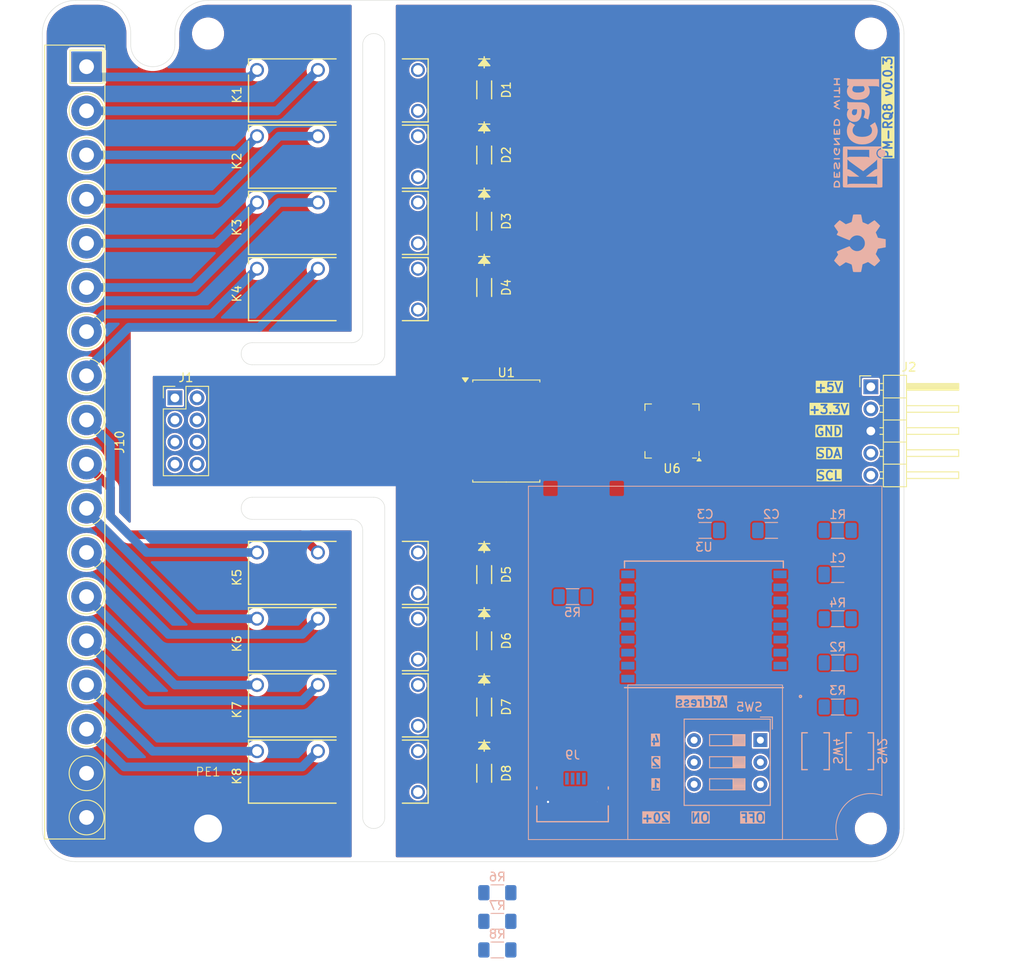
<source format=kicad_pcb>
(kicad_pcb (version 20240108) (generator "pcbnew") (generator_version "8.0")
  (layers (0 "F.Cu" signal) (31 "B.Cu" signal) (34 "B.Paste" user) (35 "F.Paste" user) (36 "B.SilkS" user "B.Silkscreen") (37 "F.SilkS" user "F.Silkscreen") (38 "B.Mask" user) (39 "F.Mask" user) (44 "Edge.Cuts" user))
  (net 0 "")
  (net 1 "GND")
  (net 2 "Net-(J10-Pin_9)")
  (net 3 "Net-(J10-Pin_7)")
  (net 4 "Net-(J10-Pin_16)")
  (net 5 "Net-(J10-Pin_5)")
  (net 6 "/K7")
  (net 7 "/K3")
  (net 8 "/K5")
  (net 9 "VDD")
  (net 10 "/K6")
  (net 11 "/K8")
  (net 12 "/K4")
  (net 13 "Net-(U1-I1)")
  (net 14 "/K1")
  (net 15 "/K2")
  (net 16 "Net-(U1-I5)")
  (net 17 "Net-(U1-I7)")
  (net 18 "Net-(U1-I3)")
  (net 19 "Net-(U1-I8)")
  (net 20 "Net-(U1-I4)")
  (net 21 "Net-(U1-I6)")
  (net 22 "Net-(U1-I2)")
  (net 23 "/SCL")
  (net 24 "/SDA")
  (net 25 "Net-(J10-Pin_4)")
  (net 26 "Net-(J10-Pin_6)")
  (net 27 "Net-(J10-Pin_14)")
  (net 28 "Net-(J10-Pin_10)")
  (net 29 "Net-(J10-Pin_8)")
  (net 30 "Net-(J10-Pin_15)")
  (net 31 "Net-(J10-Pin_13)")
  (net 32 "Net-(J10-Pin_12)")
  (net 33 "Net-(J10-Pin_2)")
  (net 34 "Net-(J10-Pin_3)")
  (net 35 "Net-(J10-Pin_1)")
  (net 36 "Net-(J10-Pin_11)")
  (net 39 "+5V")
  (net 48 "+3.3V")
  (net 50 "Net-(R3-Pad2)")
  (net 51 "/ESP32/USB_DN")
  (net 52 "/ESP32/USB_DP")
  (net 53 "/ESP32/GPIO9")
  (net 54 "/ESP32/GPIO8")
  (net 55 "/ESP32/EN")
  (net 56 "/ESP32/GPIO7")
  (net 57 "/ESP32/GPIO10")
  (net 71 "/MOSI")
  (net 72 "/MISO")
  (net 73 "/CS")
  (net 74 "/SCK")
  (net 75 "/INT")
  (net 76 "/PE")
  (net 77 "/ESP32/A1")
  (net 78 "/ESP32/A2")
  (net 79 "/ESP32/A3")
  (footprint "kicad_inventree_lib:SOD-323_STM-M" (layer "F.Cu") (at 76.2 83.82 -90)
    (property "Reference" "D4" (at 0 -2.54 90) (layer "F.SilkS"))
    (property "Value" "BAT20J")
    (pad "1" smd rect (at -1.143 0 270) (size 1.524 0.5334) (layers "F.Cu" "F.Paste" "F.Mask") (net 12 "/K4"))
    (pad "2" smd rect (at 1.143 0 270) (size 1.524 0.5334) (layers "F.Cu" "F.Paste" "F.Mask") (net 39 "+5V"))
  )
  (footprint "kicad_inventree_lib:G5NB-1A-E_DC12_RELAY_G5NB-1A_DC5_OMR" (layer "F.Cu") (at 50.28 86.36 -90)
    (property "Reference" "K4" (at -1.83 2.51 -90) (layer "F.SilkS"))
    (property "Value" "G5NB-1A-E-DC5")
    (pad "1" thru_hole circle (at -4.7 -18.3 270) (size 1.608 1.608) (drill 1.1) (layers "*.Cu" "*.Mask") (net 12 "/K4"))
    (pad "2" thru_hole circle (at -4.7 -6.8 270) (size 1.608 1.608) (drill 1.1) (layers "*.Cu" "*.Mask") (net 29 "Net-(J10-Pin_8)"))
    (pad "3" thru_hole circle (at -4.7 0.2 270) (size 1.608 1.608) (drill 1.1) (layers "*.Cu" "*.Mask") (net 3 "Net-(J10-Pin_7)"))
    (pad "4" thru_hole circle (at 0 -18.3 270) (size 1.608 1.608) (drill 1.1) (layers "*.Cu" "*.Mask") (net 39 "+5V"))
  )
  (footprint "Package_DFN_QFN:QFN-28-1EP_6x6mm_P0.65mm_EP4.25x4.25mm" (layer "F.Cu") (at 97.79 100.33 180)
    (property "Reference" "U6" (at 0 -4.31 0) (layer "F.SilkS"))
    (property "Value" "MCP23S17_ML")
    (pad "1" smd roundrect (at -2.8375 -1.95 180) (size 1.025 0.3) (layers "F.Cu" "F.Paste" "F.Mask"))
    (pad "2" smd roundrect (at -2.8375 -1.3 180) (size 1.025 0.3) (layers "F.Cu" "F.Paste" "F.Mask"))
    (pad "3" smd roundrect (at -2.8375 -0.65 180) (size 1.025 0.3) (layers "F.Cu" "F.Paste" "F.Mask"))
    (pad "4" smd roundrect (at -2.8375 0 180) (size 1.025 0.3) (layers "F.Cu" "F.Paste" "F.Mask"))
    (pad "5" smd roundrect (at -2.8375 0.65 180) (size 1.025 0.3) (layers "F.Cu" "F.Paste" "F.Mask") (net 48 "+3.3V"))
    (pad "6" smd roundrect (at -2.8375 1.3 180) (size 1.025 0.3) (layers "F.Cu" "F.Paste" "F.Mask") (net 1 "GND"))
    (pad "7" smd roundrect (at -2.8375 1.95 180) (size 1.025 0.3) (layers "F.Cu" "F.Paste" "F.Mask") (net 73 "/CS"))
    (pad "8" smd roundrect (at -1.95 2.8375 180) (size 0.3 1.025) (layers "F.Cu" "F.Paste" "F.Mask") (net 74 "/SCK"))
    (pad "9" smd roundrect (at -1.3 2.8375 180) (size 0.3 1.025) (layers "F.Cu" "F.Paste" "F.Mask") (net 71 "/MOSI"))
    (pad "10" smd roundrect (at -0.65 2.8375 180) (size 0.3 1.025) (layers "F.Cu" "F.Paste" "F.Mask") (net 72 "/MISO"))
    (pad "11" smd roundrect (at 0 2.8375 180) (size 0.3 1.025) (layers "F.Cu" "F.Paste" "F.Mask"))
    (pad "12" smd roundrect (at 0.65 2.8375 180) (size 0.3 1.025) (layers "F.Cu" "F.Paste" "F.Mask"))
    (pad "13" smd roundrect (at 1.3 2.8375 180) (size 0.3 1.025) (layers "F.Cu" "F.Paste" "F.Mask"))
    (pad "14" smd roundrect (at 1.95 2.8375 180) (size 0.3 1.025) (layers "F.Cu" "F.Paste" "F.Mask"))
    (pad "15" smd roundrect (at 2.8375 1.95 180) (size 1.025 0.3) (layers "F.Cu" "F.Paste" "F.Mask") (net 75 "/INT"))
    (pad "16" smd roundrect (at 2.8375 1.3 180) (size 1.025 0.3) (layers "F.Cu" "F.Paste" "F.Mask"))
    (pad "17" smd roundrect (at 2.8375 0.65 180) (size 1.025 0.3) (layers "F.Cu" "F.Paste" "F.Mask") (net 13 "Net-(U1-I1)"))
    (pad "18" smd roundrect (at 2.8375 0 180) (size 1.025 0.3) (layers "F.Cu" "F.Paste" "F.Mask") (net 22 "Net-(U1-I2)"))
    (pad "19" smd roundrect (at 2.8375 -0.65 180) (size 1.025 0.3) (layers "F.Cu" "F.Paste" "F.Mask") (net 18 "Net-(U1-I3)"))
    (pad "20" smd roundrect (at 2.8375 -1.3 180) (size 1.025 0.3) (layers "F.Cu" "F.Paste" "F.Mask") (net 20 "Net-(U1-I4)"))
    (pad "21" smd roundrect (at 2.8375 -1.95 180) (size 1.025 0.3) (layers "F.Cu" "F.Paste" "F.Mask") (net 16 "Net-(U1-I5)"))
    (pad "22" smd roundrect (at 1.95 -2.8375 180) (size 0.3 1.025) (layers "F.Cu" "F.Paste" "F.Mask") (net 21 "Net-(U1-I6)"))
    (pad "23" smd roundrect (at 1.3 -2.8375 180) (size 0.3 1.025) (layers "F.Cu" "F.Paste" "F.Mask") (net 17 "Net-(U1-I7)"))
    (pad "24" smd roundrect (at 0.65 -2.8375 180) (size 0.3 1.025) (layers "F.Cu" "F.Paste" "F.Mask") (net 19 "Net-(U1-I8)"))
    (pad "25" smd roundrect (at 0 -2.8375 180) (size 0.3 1.025) (layers "F.Cu" "F.Paste" "F.Mask"))
    (pad "26" smd roundrect (at -0.65 -2.8375 180) (size 0.3 1.025) (layers "F.Cu" "F.Paste" "F.Mask"))
    (pad "27" smd roundrect (at -1.3 -2.8375 180) (size 0.3 1.025) (layers "F.Cu" "F.Paste" "F.Mask"))
    (pad "28" smd roundrect (at -1.95 -2.8375 180) (size 0.3 1.025) (layers "F.Cu" "F.Paste" "F.Mask"))
    (pad "29" smd rect (at 0 0 180) (size 4.25 4.25) (property pad_prop_heatsink) (layers "F.Cu" "F.Mask") (net 1 "GND"))
  )
  (footprint "NextPCB:ULN2803A" (layer "F.Cu") (at 78.74 100.33)
    (property "Reference" "U1" (at 0 -6.71 0) (layer "F.SilkS"))
    (property "Value" "ULN2803A")
    (pad "1" smd roundrect (at -4.725 -5.08) (size 1.9 0.6) (layers "F.Cu" "F.Paste" "F.Mask") (net 13 "Net-(U1-I1)"))
    (pad "2" smd roundrect (at -4.725 -3.81) (size 1.9 0.6) (layers "F.Cu" "F.Paste" "F.Mask") (net 22 "Net-(U1-I2)"))
    (pad "3" smd roundrect (at -4.725 -2.54) (size 1.9 0.6) (layers "F.Cu" "F.Paste" "F.Mask") (net 18 "Net-(U1-I3)"))
    (pad "4" smd roundrect (at -4.725 -1.27) (size 1.9 0.6) (layers "F.Cu" "F.Paste" "F.Mask") (net 20 "Net-(U1-I4)"))
    (pad "5" smd roundrect (at -4.725 0) (size 1.9 0.6) (layers "F.Cu" "F.Paste" "F.Mask") (net 16 "Net-(U1-I5)"))
    (pad "6" smd roundrect (at -4.725 1.27) (size 1.9 0.6) (layers "F.Cu" "F.Paste" "F.Mask") (net 21 "Net-(U1-I6)"))
    (pad "7" smd roundrect (at -4.725 2.54) (size 1.9 0.6) (layers "F.Cu" "F.Paste" "F.Mask") (net 17 "Net-(U1-I7)"))
    (pad "8" smd roundrect (at -4.725 3.81) (size 1.9 0.6) (layers "F.Cu" "F.Paste" "F.Mask") (net 19 "Net-(U1-I8)"))
    (pad "9" smd roundrect (at -4.725 5.08) (size 1.9 0.6) (layers "F.Cu" "F.Paste" "F.Mask") (net 1 "GND"))
    (pad "10" smd roundrect (at 4.725 5.08) (size 1.9 0.6) (layers "F.Cu" "F.Paste" "F.Mask") (net 39 "+5V"))
    (pad "11" smd roundrect (at 4.725 3.81) (size 1.9 0.6) (layers "F.Cu" "F.Paste" "F.Mask") (net 11 "/K8"))
    (pad "12" smd roundrect (at 4.725 2.54) (size 1.9 0.6) (layers "F.Cu" "F.Paste" "F.Mask") (net 6 "/K7"))
    (pad "13" smd roundrect (at 4.725 1.27) (size 1.9 0.6) (layers "F.Cu" "F.Paste" "F.Mask") (net 10 "/K6"))
    (pad "14" smd roundrect (at 4.725 0) (size 1.9 0.6) (layers "F.Cu" "F.Paste" "F.Mask") (net 8 "/K5"))
    (pad "15" smd roundrect (at 4.725 -1.27) (size 1.9 0.6) (layers "F.Cu" "F.Paste" "F.Mask") (net 12 "/K4"))
    (pad "16" smd roundrect (at 4.725 -2.54) (size 1.9 0.6) (layers "F.Cu" "F.Paste" "F.Mask") (net 7 "/K3"))
    (pad "17" smd roundrect (at 4.725 -3.81) (size 1.9 0.6) (layers "F.Cu" "F.Paste" "F.Mask") (net 15 "/K2"))
    (pad "18" smd roundrect (at 4.725 -5.08) (size 1.9 0.6) (layers "F.Cu" "F.Paste" "F.Mask") (net 14 "/K1"))
  )
  (footprint "kicad_inventree_lib:G5NB-1A-E_DC12_RELAY_G5NB-1A_DC5_OMR" (layer "F.Cu") (at 50.28 119 -90)
    (property "Reference" "K5" (at -1.83 2.51 -90) (layer "F.SilkS"))
    (property "Value" "G5NB-1A-E-DC5")
    (pad "1" thru_hole circle (at -4.7 -18.3 270) (size 1.608 1.608) (drill 1.1) (layers "*.Cu" "*.Mask") (net 8 "/K5"))
    (pad "2" thru_hole circle (at -4.7 -6.8 270) (size 1.608 1.608) (drill 1.1) (layers "*.Cu" "*.Mask") (net 28 "Net-(J10-Pin_10)"))
    (pad "3" thru_hole circle (at -4.7 0.2 270) (size 1.608 1.608) (drill 1.1) (layers "*.Cu" "*.Mask") (net 2 "Net-(J10-Pin_9)"))
    (pad "4" thru_hole circle (at 0 -18.3 270) (size 1.608 1.608) (drill 1.1) (layers "*.Cu" "*.Mask") (net 39 "+5V"))
  )
  (footprint "NextPCB:Degson_2EDGR-5.08-18P" (layer "F.Cu") (at 30.48 58.42 -90)
    (property "Reference" "J10" (at 43.18 -3.81 90) (layer "F.SilkS"))
    (property "Value" "2EDGR-5.08-18P")
    (pad "1" thru_hole rect (at 0 0 270) (size 3.5 3.5) (drill 1.7) (layers "*.Cu" "*.Mask") (net 35 "Net-(J10-Pin_1)"))
    (pad "2" thru_hole circle (at 5.08 0 270) (size 3.5 3.5) (drill 1.7) (layers "*.Cu" "*.Mask") (net 33 "Net-(J10-Pin_2)"))
    (pad "3" thru_hole circle (at 10.16 0 270) (size 3.5 3.5) (drill 1.7) (layers "*.Cu" "*.Mask") (net 34 "Net-(J10-Pin_3)"))
    (pad "4" thru_hole circle (at 15.24 0 270) (size 3.5 3.5) (drill 1.7) (layers "*.Cu" "*.Mask") (net 25 "Net-(J10-Pin_4)"))
    (pad "5" thru_hole circle (at 20.32 0 270) (size 3.5 3.5) (drill 1.7) (layers "*.Cu" "*.Mask") (net 5 "Net-(J10-Pin_5)"))
    (pad "6" thru_hole circle (at 25.4 0 270) (size 3.5 3.5) (drill 1.7) (layers "*.Cu" "*.Mask") (net 26 "Net-(J10-Pin_6)"))
    (pad "7" thru_hole circle (at 30.48 0 270) (size 3.5 3.5) (drill 1.7) (layers "*.Cu" "*.Mask") (net 3 "Net-(J10-Pin_7)"))
    (pad "8" thru_hole circle (at 35.56 0 270) (size 3.5 3.5) (drill 1.7) (layers "*.Cu" "*.Mask") (net 29 "Net-(J10-Pin_8)"))
    (pad "9" thru_hole circle (at 40.64 0 270) (size 3.5 3.5) (drill 1.7) (layers "*.Cu" "*.Mask") (net 2 "Net-(J10-Pin_9)"))
    (pad "10" thru_hole circle (at 45.72 0 270) (size 3.5 3.5) (drill 1.7) (layers "*.Cu" "*.Mask") (net 28 "Net-(J10-Pin_10)"))
    (pad "11" thru_hole circle (at 50.8 0 270) (size 3.5 3.5) (drill 1.7) (layers "*.Cu" "*.Mask") (net 36 "Net-(J10-Pin_11)"))
    (pad "12" thru_hole circle (at 55.88 0 270) (size 3.5 3.5) (drill 1.7) (layers "*.Cu" "*.Mask") (net 32 "Net-(J10-Pin_12)"))
    (pad "13" thru_hole circle (at 60.96 0 270) (size 3.5 3.5) (drill 1.7) (layers "*.Cu" "*.Mask") (net 31 "Net-(J10-Pin_13)"))
    (pad "14" thru_hole circle (at 66.04 0 270) (size 3.5 3.5) (drill 1.7) (layers "*.Cu" "*.Mask") (net 27 "Net-(J10-Pin_14)"))
    (pad "15" thru_hole circle (at 71.12 0 270) (size 3.5 3.5) (drill 1.7) (layers "*.Cu" "*.Mask") (net 30 "Net-(J10-Pin_15)"))
    (pad "16" thru_hole circle (at 76.2 0 270) (size 3.5 3.5) (drill 1.7) (layers "*.Cu" "*.Mask") (net 4 "Net-(J10-Pin_16)"))
    (pad "17" thru_hole circle (at 81.28 0 270) (size 3.5 3.5) (drill 1.7) (layers "*.Cu" "*.Mask") (net 76 "/PE"))
    (pad "18" thru_hole circle (at 86.36 0 270) (size 3.5 3.5) (drill 1.7) (layers "*.Cu" "*.Mask") (net 76 "/PE"))
  )
  (footprint "MountingHole:MountingHole_3.2mm_M3" (layer "F.Cu") (at 120.65 146.05)
    (property "Reference" "H3" (hide yes))
    (property "Value" "MountingHole" (hide yes))
    (pad "" np_thru_hole circle (at 0 0) (size 3.2 3.2) (drill 3.2) (layers "*.Cu" "*.Mask"))
  )
  (footprint "kicad_inventree_lib:G5NB-1A-E_DC12_RELAY_G5NB-1A_DC5_OMR" (layer "F.Cu") (at 50.28 126.62 -90)
    (property "Reference" "K6" (at -1.83 2.51 -90) (layer "F.SilkS"))
    (property "Value" "G5NB-1A-E-DC5")
    (pad "1" thru_hole circle (at -4.7 -18.3 270) (size 1.608 1.608) (drill 1.1) (layers "*.Cu" "*.Mask") (net 10 "/K6"))
    (pad "2" thru_hole circle (at -4.7 -6.8 270) (size 1.608 1.608) (drill 1.1) (layers "*.Cu" "*.Mask") (net 32 "Net-(J10-Pin_12)"))
    (pad "3" thru_hole circle (at -4.7 0.2 270) (size 1.608 1.608) (drill 1.1) (layers "*.Cu" "*.Mask") (net 36 "Net-(J10-Pin_11)"))
    (pad "4" thru_hole circle (at 0 -18.3 270) (size 1.608 1.608) (drill 1.1) (layers "*.Cu" "*.Mask") (net 39 "+5V"))
  )
  (footprint "kicad_inventree_lib:G5NB-1A-E_DC12_RELAY_G5NB-1A_DC5_OMR" (layer "F.Cu") (at 50.28 141.86 -90)
    (property "Reference" "K8" (at -1.83 2.51 -90) (layer "F.SilkS"))
    (property "Value" "G5NB-1A-E-DC5")
    (pad "1" thru_hole circle (at -4.7 -18.3 270) (size 1.608 1.608) (drill 1.1) (layers "*.Cu" "*.Mask") (net 11 "/K8"))
    (pad "2" thru_hole circle (at -4.7 -6.8 270) (size 1.608 1.608) (drill 1.1) (layers "*.Cu" "*.Mask") (net 4 "Net-(J10-Pin_16)"))
    (pad "3" thru_hole circle (at -4.7 0.2 270) (size 1.608 1.608) (drill 1.1) (layers "*.Cu" "*.Mask") (net 30 "Net-(J10-Pin_15)"))
    (pad "4" thru_hole circle (at 0 -18.3 270) (size 1.608 1.608) (drill 1.1) (layers "*.Cu" "*.Mask") (net 39 "+5V"))
  )
  (footprint "kicad_inventree_lib:G5NB-1A-E_DC12_RELAY_G5NB-1A_DC5_OMR" (layer "F.Cu") (at 50.28 63.5 -90)
    (property "Reference" "K1" (at -1.83 2.51 -90) (layer "F.SilkS"))
    (property "Value" "G5NB-1A-E-DC5")
    (pad "1" thru_hole circle (at -4.7 -18.3 270) (size 1.608 1.608) (drill 1.1) (layers "*.Cu" "*.Mask") (net 14 "/K1"))
    (pad "2" thru_hole circle (at -4.7 -6.8 270) (size 1.608 1.608) (drill 1.1) (layers "*.Cu" "*.Mask") (net 33 "Net-(J10-Pin_2)"))
    (pad "3" thru_hole circle (at -4.7 0.2 270) (size 1.608 1.608) (drill 1.1) (layers "*.Cu" "*.Mask") (net 35 "Net-(J10-Pin_1)"))
    (pad "4" thru_hole circle (at 0 -18.3 270) (size 1.608 1.608) (drill 1.1) (layers "*.Cu" "*.Mask") (net 39 "+5V"))
  )
  (footprint "kicad_inventree_lib:SOD-323_STM-M" (layer "F.Cu") (at 76.2 139.7 -90)
    (property "Reference" "D8" (at 0 -2.54 90) (layer "F.SilkS"))
    (property "Value" "BAT20J")
    (pad "1" smd rect (at -1.143 0 270) (size 1.524 0.5334) (layers "F.Cu" "F.Paste" "F.Mask") (net 11 "/K8"))
    (pad "2" smd rect (at 1.143 0 270) (size 1.524 0.5334) (layers "F.Cu" "F.Paste" "F.Mask") (net 39 "+5V"))
  )
  (footprint "kicad_inventree_lib:SOD-323_STM-M" (layer "F.Cu") (at 76.2 61.087 -90)
    (property "Reference" "D1" (at 0 -2.54 90) (layer "F.SilkS"))
    (property "Value" "BAT20J")
    (pad "1" smd rect (at -1.143 0 270) (size 1.524 0.5334) (layers "F.Cu" "F.Paste" "F.Mask") (net 14 "/K1"))
    (pad "2" smd rect (at 1.143 0 270) (size 1.524 0.5334) (layers "F.Cu" "F.Paste" "F.Mask") (net 39 "+5V"))
  )
  (footprint "MountingHole:MountingHole_3.2mm_M3" (layer "F.Cu") (at 44.45 54.61)
    (property "Reference" "H1" (hide yes))
    (property "Value" "MountingHole" (hide yes))
    (pad "" np_thru_hole circle (at 0 0) (size 3.2 3.2) (drill 3.2) (layers "*.Cu" "*.Mask"))
  )
  (footprint "kicad_inventree_lib:G5NB-1A-E_DC12_RELAY_G5NB-1A_DC5_OMR" (layer "F.Cu") (at 50.28 134.24 -90)
    (property "Reference" "K7" (at -1.83 2.51 -90) (layer "F.SilkS"))
    (property "Value" "G5NB-1A-E-DC5")
    (pad "1" thru_hole circle (at -4.7 -18.3 270) (size 1.608 1.608) (drill 1.1) (layers "*.Cu" "*.Mask") (net 6 "/K7"))
    (pad "2" thru_hole circle (at -4.7 -6.8 270) (size 1.608 1.608) (drill 1.1) (layers "*.Cu" "*.Mask") (net 27 "Net-(J10-Pin_14)"))
    (pad "3" thru_hole circle (at -4.7 0.2 270) (size 1.608 1.608) (drill 1.1) (layers "*.Cu" "*.Mask") (net 31 "Net-(J10-Pin_13)"))
    (pad "4" thru_hole circle (at 0 -18.3 270) (size 1.608 1.608) (drill 1.1) (layers "*.Cu" "*.Mask") (net 39 "+5V"))
  )
  (footprint "kicad_inventree_lib:SOD-323_STM-M" (layer "F.Cu") (at 76.2 116.84 -90)
    (property "Reference" "D5" (at 0 -2.54 90) (layer "F.SilkS"))
    (property "Value" "BAT20J")
    (pad "1" smd rect (at -1.143 0 270) (size 1.524 0.5334) (layers "F.Cu" "F.Paste" "F.Mask") (net 8 "/K5"))
    (pad "2" smd rect (at 1.143 0 270) (size 1.524 0.5334) (layers "F.Cu" "F.Paste" "F.Mask") (net 39 "+5V"))
  )
  (footprint "kicad_inventree_lib:SOD-323_STM-M" (layer "F.Cu") (at 76.2 76.2 -90)
    (property "Reference" "D3" (at 0 -2.54 90) (layer "F.SilkS"))
    (property "Value" "BAT20J")
    (pad "1" smd rect (at -1.143 0 270) (size 1.524 0.5334) (layers "F.Cu" "F.Paste" "F.Mask") (net 7 "/K3"))
    (pad "2" smd rect (at 1.143 0 270) (size 1.524 0.5334) (layers "F.Cu" "F.Paste" "F.Mask") (net 39 "+5V"))
  )
  (footprint "kicad_inventree_lib:PE" (layer "F.Cu") (at 44.45 146.05)
    (property "Reference" "PE1" (at 0 -6.5 0) (layer "F.SilkS") (effects (font (thickness 0.1))))
    (property "Value" "PE")
    (pad "1" thru_hole oval (at 0 0) (size 6.35 6.35) (drill 3.2) (layers "*.Cu" "*.Mask") (net 76 "/PE"))
  )
  (footprint "kicad_inventree_lib:PM-front-02x04" (layer "F.Cu") (at 39.37 100.33)
    (property "Reference" "J1" (at 2.54 -6.14 0) (layer "F.SilkS"))
    (property "Value" "~")
    (pad "1" thru_hole rect (at 1.27 -3.81) (size 1.7 1.7) (drill 1) (layers "*.Cu" "*.Mask") (net 9 "VDD"))
    (pad "2" thru_hole oval (at 3.81 -3.81) (size 1.7 1.7) (drill 1) (layers "*.Cu" "*.Mask"))
    (pad "3" thru_hole oval (at 1.27 -1.27) (size 1.7 1.7) (drill 1) (layers "*.Cu" "*.Mask"))
    (pad "4" thru_hole oval (at 3.81 -1.27) (size 1.7 1.7) (drill 1) (layers "*.Cu" "*.Mask"))
    (pad "5" thru_hole oval (at 1.27 1.27) (size 1.7 1.7) (drill 1) (layers "*.Cu" "*.Mask"))
    (pad "6" thru_hole oval (at 3.81 1.27) (size 1.7 1.7) (drill 1) (layers "*.Cu" "*.Mask"))
    (pad "7" thru_hole oval (at 1.27 3.81) (size 1.7 1.7) (drill 1) (layers "*.Cu" "*.Mask"))
    (pad "8" thru_hole oval (at 3.81 3.81) (size 1.7 1.7) (drill 1) (layers "*.Cu" "*.Mask"))
  )
  (footprint "kicad_inventree_lib:G5NB-1A-E_DC12_RELAY_G5NB-1A_DC5_OMR" (layer "F.Cu") (at 50.28 78.74 -90)
    (property "Reference" "K3" (at -1.83 2.51 -90) (layer "F.SilkS"))
    (property "Value" "G5NB-1A-E-DC5")
    (pad "1" thru_hole circle (at -4.7 -18.3 270) (size 1.608 1.608) (drill 1.1) (layers "*.Cu" "*.Mask") (net 7 "/K3"))
    (pad "2" thru_hole circle (at -4.7 -6.8 270) (size 1.608 1.608) (drill 1.1) (layers "*.Cu" "*.Mask") (net 26 "Net-(J10-Pin_6)"))
    (pad "3" thru_hole circle (at -4.7 0.2 270) (size 1.608 1.608) (drill 1.1) (layers "*.Cu" "*.Mask") (net 5 "Net-(J10-Pin_5)"))
    (pad "4" thru_hole circle (at 0 -18.3 270) (size 1.608 1.608) (drill 1.1) (layers "*.Cu" "*.Mask") (net 39 "+5V"))
  )
  (footprint "kicad_inventree_lib:G5NB-1A-E_DC12_RELAY_G5NB-1A_DC5_OMR" (layer "F.Cu") (at 50.28 71.12 -90)
    (property "Reference" "K2" (at -1.83 2.51 -90) (layer "F.SilkS"))
    (property "Value" "G5NB-1A-E-DC5")
    (pad "1" thru_hole circle (at -4.7 -18.3 270) (size 1.608 1.608) (drill 1.1) (layers "*.Cu" "*.Mask") (net 15 "/K2"))
    (pad "2" thru_hole circle (at -4.7 -6.8 270) (size 1.608 1.608) (drill 1.1) (layers "*.Cu" "*.Mask") (net 25 "Net-(J10-Pin_4)"))
    (pad "3" thru_hole circle (at -4.7 0.2 270) (size 1.608 1.608) (drill 1.1) (layers "*.Cu" "*.Mask") (net 34 "Net-(J10-Pin_3)"))
    (pad "4" thru_hole circle (at 0 -18.3 270) (size 1.608 1.608) (drill 1.1) (layers "*.Cu" "*.Mask") (net 39 "+5V"))
  )
  (footprint "Connector_PinHeader_2.54mm:PinHeader_1x05_P2.54mm_Horizontal" (layer "F.Cu") (at 120.65 95.25)
    (property "Reference" "J2" (at 4.385 -2.27 0) (layer "F.SilkS"))
    (property "Value" "PinHeader_01x05_P2.54_THT_angle")
    (pad "1" thru_hole rect (at 0 0) (size 1.7 1.7) (drill 1) (layers "*.Cu" "*.Mask") (net 39 "+5V"))
    (pad "2" thru_hole oval (at 0 2.54) (size 1.7 1.7) (drill 1) (layers "*.Cu" "*.Mask") (net 48 "+3.3V"))
    (pad "3" thru_hole oval (at 0 5.08) (size 1.7 1.7) (drill 1) (layers "*.Cu" "*.Mask") (net 1 "GND"))
    (pad "4" thru_hole oval (at 0 7.62) (size 1.7 1.7) (drill 1) (layers "*.Cu" "*.Mask") (net 24 "/SDA"))
    (pad "5" thru_hole oval (at 0 10.16) (size 1.7 1.7) (drill 1) (layers "*.Cu" "*.Mask") (net 23 "/SCL"))
  )
  (footprint "kicad_inventree_lib:SOD-323_STM-M" (layer "F.Cu") (at 76.2 132.08 -90)
    (property "Reference" "D7" (at 0 -2.54 90) (layer "F.SilkS"))
    (property "Value" "BAT20J")
    (pad "1" smd rect (at -1.143 0 270) (size 1.524 0.5334) (layers "F.Cu" "F.Paste" "F.Mask") (net 6 "/K7"))
    (pad "2" smd rect (at 1.143 0 270) (size 1.524 0.5334) (layers "F.Cu" "F.Paste" "F.Mask") (net 39 "+5V"))
  )
  (footprint "kicad_inventree_lib:SOD-323_STM-M" (layer "F.Cu") (at 76.2 124.46 -90)
    (property "Reference" "D6" (at 0 -2.54 90) (layer "F.SilkS"))
    (property "Value" "BAT20J")
    (pad "1" smd rect (at -1.143 0 270) (size 1.524 0.5334) (layers "F.Cu" "F.Paste" "F.Mask") (net 10 "/K6"))
    (pad "2" smd rect (at 1.143 0 270) (size 1.524 0.5334) (layers "F.Cu" "F.Paste" "F.Mask") (net 39 "+5V"))
  )
  (footprint "MountingHole:MountingHole_3.2mm_M3" (layer "F.Cu") (at 120.65 54.61)
    (property "Reference" "H2" (hide yes))
    (property "Value" "MountingHole" (hide yes))
    (pad "" np_thru_hole circle (at 0 0) (size 3.2 3.2) (drill 3.2) (layers "*.Cu" "*.Mask"))
  )
  (footprint "kicad_inventree_lib:SOD-323_STM-M" (layer "F.Cu") (at 76.2 68.58 -90)
    (property "Reference" "D2" (at 0 -2.54 90) (layer "F.SilkS"))
    (property "Value" "BAT20J")
    (pad "1" smd rect (at -1.143 0 270) (size 1.524 0.5334) (layers "F.Cu" "F.Paste" "F.Mask") (net 15 "/K2"))
    (pad "2" smd rect (at 1.143 0 270) (size 1.524 0.5334) (layers "F.Cu" "F.Paste" "F.Mask") (net 39 "+5V"))
  )
  (footprint "Resistor_SMD:R_1206_3216Metric_Pad1.30x1.75mm_HandSolder" (layer "B.Cu") (at 116.84 121.92 180)
    (property "Reference" "R4" (at 0 1.82 0) (layer "B.SilkS") (effects (justify mirror)))
    (property "Value" "10k")
    (pad "1" smd roundrect (at -1.55 0 180) (size 1.3 1.75) (layers "B.Cu" "B.Paste" "B.Mask") (roundrect_rratio 0.192308) (net 48 "+3.3V"))
    (pad "2" smd roundrect (at 1.55 0 180) (size 1.3 1.75) (layers "B.Cu" "B.Paste" "B.Mask") (roundrect_rratio 0.192308) (net 54 "/ESP32/GPIO8"))
  )
  (footprint "Symbol:KiCad-Logo2_5mm_SilkScreen" (layer "B.Cu") (at 119.38 66.04 90)
    (property "Reference" "kicad_logo" (hide yes))
    (property "Value" "KiCad-Logo2_5mm_SilkScreen" (hide yes))
  )
  (footprint "Resistor_SMD:R_1206_3216Metric_Pad1.30x1.75mm_HandSolder" (layer "B.Cu") (at 116.84 132.08)
    (property "Reference" "R3" (at 0 -1.905 0) (layer "B.SilkS") (effects (justify mirror)))
    (property "Value" "330R")
    (pad "1" smd roundrect (at -1.55 0) (size 1.3 1.75) (layers "B.Cu" "B.Paste" "B.Mask") (roundrect_rratio 0.192308) (net 53 "/ESP32/GPIO9"))
    (pad "2" smd roundrect (at 1.55 0) (size 1.3 1.75) (layers "B.Cu" "B.Paste" "B.Mask") (roundrect_rratio 0.192308) (net 50 "Net-(R3-Pad2)"))
  )
  (footprint "kicad_inventree_lib:SW_TS-1088_XNP-M" (layer "B.Cu") (at 114.3 137.16 90)
    (property "Reference" "SW4" (at 0 2.54 -90) (layer "B.SilkS") (effects (justify mirror)))
    (property "Value" "Button")
    (pad "1" smd rect (at -2.286 0 90) (size 1.3462 1.2446) (layers "B.Cu" "B.Paste" "B.Mask") (net 1 "GND"))
    (pad "2" smd rect (at 2.286 0 90) (size 1.3462 1.2446) (layers "B.Cu" "B.Paste" "B.Mask") (net 55 "/ESP32/EN"))
  )
  (footprint "Capacitor_SMD:C_1206_3216Metric_Pad1.33x1.80mm_HandSolder" (layer "B.Cu") (at 101.6 111.76 180)
    (property "Reference" "C3" (at 0 1.85 0) (layer "B.SilkS") (effects (justify mirror)))
    (property "Value" "1uF")
    (pad "1" smd roundrect (at -1.5625 0 180) (size 1.325 1.8) (layers "B.Cu" "B.Paste" "B.Mask") (roundrect_rratio 0.188679) (net 48 "+3.3V"))
    (pad "2" smd roundrect (at 1.5625 0 180) (size 1.325 1.8) (layers "B.Cu" "B.Paste" "B.Mask") (roundrect_rratio 0.188679) (net 1 "GND"))
  )
  (footprint "Capacitor_SMD:C_1206_3216Metric_Pad1.33x1.80mm_HandSolder" (layer "B.Cu") (at 109.22 111.76 180)
    (property "Reference" "C2" (at 0 1.85 0) (layer "B.SilkS") (effects (justify mirror)))
    (property "Value" "10uF")
    (pad "1" smd roundrect (at -1.5625 0 180) (size 1.325 1.8) (layers "B.Cu" "B.Paste" "B.Mask") (roundrect_rratio 0.188679) (net 1 "GND"))
    (pad "2" smd roundrect (at 1.5625 0 180) (size 1.325 1.8) (layers "B.Cu" "B.Paste" "B.Mask") (roundrect_rratio 0.188679) (net 48 "+3.3V"))
  )
  (footprint "Resistor_SMD:R_1206_3216Metric_Pad1.30x1.75mm_HandSolder" (layer "B.Cu") (at 77.707478 153.44 180)
    (property "Reference" "R6" (at 0 1.82 0) (layer "B.SilkS") (effects (justify mirror)))
    (property "Value" "10k")
    (pad "1" smd roundrect (at -1.55 0 180) (size 1.3 1.75) (layers "B.Cu" "B.Paste" "B.Mask") (roundrect_rratio 0.192308) (net 1 "GND"))
    (pad "2" smd roundrect (at 1.55 0 180) (size 1.3 1.75) (layers "B.Cu" "B.Paste" "B.Mask") (roundrect_rratio 0.192308) (net 77 "/ESP32/A1"))
  )
  (footprint "Resistor_SMD:R_1206_3216Metric_Pad1.30x1.75mm_HandSolder" (layer "B.Cu") (at 116.84 127 180)
    (property "Reference" "R2" (at 0 1.82 0) (layer "B.SilkS") (effects (justify mirror)))
    (property "Value" "10k")
    (pad "1" smd roundrect (at -1.55 0 180) (size 1.3 1.75) (layers "B.Cu" "B.Paste" "B.Mask") (roundrect_rratio 0.192308) (net 48 "+3.3V"))
    (pad "2" smd roundrect (at 1.55 0 180) (size 1.3 1.75) (layers "B.Cu" "B.Paste" "B.Mask") (roundrect_rratio 0.192308) (net 53 "/ESP32/GPIO9"))
  )
  (footprint "Capacitor_SMD:C_1206_3216Metric_Pad1.33x1.80mm_HandSolder" (layer "B.Cu") (at 116.84 116.84)
    (property "Reference" "C1" (at 0 -1.905 0) (layer "B.SilkS") (effects (justify mirror)))
    (property "Value" "1uF")
    (pad "1" smd roundrect (at -1.5625 0) (size 1.325 1.8) (layers "B.Cu" "B.Paste" "B.Mask") (roundrect_rratio 0.188679) (net 55 "/ESP32/EN"))
    (pad "2" smd roundrect (at 1.5625 0) (size 1.325 1.8) (layers "B.Cu" "B.Paste" "B.Mask") (roundrect_rratio 0.188679) (net 1 "GND"))
  )
  (footprint "Resistor_SMD:R_1206_3216Metric_Pad1.30x1.75mm_HandSolder" (layer "B.Cu") (at 86.36 119.38)
    (property "Reference" "R5" (at 0 1.82 0) (layer "B.SilkS") (effects (justify mirror)))
    (property "Value" "10k")
    (pad "1" smd roundrect (at -1.55 0) (size 1.3 1.75) (layers "B.Cu" "B.Paste" "B.Mask") (roundrect_rratio 0.192308) (net 48 "+3.3V"))
    (pad "2" smd roundrect (at 1.55 0) (size 1.3 1.75) (layers "B.Cu" "B.Paste" "B.Mask") (roundrect_rratio 0.192308) (net 71 "/MOSI"))
  )
  (footprint "Symbol:OSHW-Symbol_6.7x6mm_SilkScreen" (layer "B.Cu") (at 119.38 78.74 90)
    (property "Reference" "oshw_logo" (hide yes))
    (property "Value" "OSHW-Symbol_6.7x6mm_SilkScreen" (hide yes))
  )
  (footprint "Button_Switch_THT:SW_DIP_SPSTx03_Slide_9.78x9.8mm_W7.62mm_P2.54mm" (layer "B.Cu") (at 107.95 135.89 180)
    (property "Reference" "SW5" (at 1.27 3.81 0) (layer "B.SilkS") (effects (justify mirror)))
    (property "Value" "DIP_SW-3P-P2.54-THT-Top")
    (pad "1" thru_hole rect (at 0 0 180) (size 1.6 1.6) (drill 0.8) (layers "*.Cu" "*.Mask") (net 77 "/ESP32/A1"))
    (pad "2" thru_hole oval (at 0 -2.54 180) (size 1.6 1.6) (drill 0.8) (layers "*.Cu" "*.Mask") (net 78 "/ESP32/A2"))
    (pad "3" thru_hole oval (at 0 -5.08 180) (size 1.6 1.6) (drill 0.8) (layers "*.Cu" "*.Mask") (net 79 "/ESP32/A3"))
    (pad "4" thru_hole oval (at 7.62 -5.08 180) (size 1.6 1.6) (drill 0.8) (layers "*.Cu" "*.Mask") (net 48 "+3.3V"))
    (pad "5" thru_hole oval (at 7.62 -2.54 180) (size 1.6 1.6) (drill 0.8) (layers "*.Cu" "*.Mask") (net 48 "+3.3V"))
    (pad "6" thru_hole oval (at 7.62 0 180) (size 1.6 1.6) (drill 0.8) (layers "*.Cu" "*.Mask") (net 48 "+3.3V"))
  )
  (footprint "Resistor_SMD:R_1206_3216Metric_Pad1.30x1.75mm_HandSolder" (layer "B.Cu") (at 77.707478 160.02 180)
    (property "Reference" "R8" (at 0 1.82 0) (layer "B.SilkS") (effects (justify mirror)))
    (property "Value" "10k")
    (pad "1" smd roundrect (at -1.55 0 180) (size 1.3 1.75) (layers "B.Cu" "B.Paste" "B.Mask") (roundrect_rratio 0.192308) (net 1 "GND"))
    (pad "2" smd roundrect (at 1.55 0 180) (size 1.3 1.75) (layers "B.Cu" "B.Paste" "B.Mask") (roundrect_rratio 0.192308) (net 79 "/ESP32/A3"))
  )
  (footprint "kicad_inventree_lib:CONN5_H83-S1S_XKB" (layer "B.Cu") (at 87.659972 140.13815 180)
    (property "Reference" "J9" (at 1.299972 2.54 0) (layer "B.SilkS") (effects (justify mirror)))
    (property "Value" "U254-051T-4BH83-S1S")
    (pad "1" smd rect (at 0 -0.178892 180) (size 0.4064 1.35) (layers "B.Cu" "B.Paste" "B.Mask"))
    (pad "2" smd rect (at 0.649986 -0.178892 180) (size 0.4064 1.35) (layers "B.Cu" "B.Paste" "B.Mask") (net 51 "/ESP32/USB_DN"))
    (pad "3" smd rect (at 1.299972 -0.178892 180) (size 0.4064 1.35) (layers "B.Cu" "B.Paste" "B.Mask") (net 52 "/ESP32/USB_DP"))
    (pad "4" smd rect (at 1.949958 -0.178892 180) (size 0.4064 1.35) (layers "B.Cu" "B.Paste" "B.Mask"))
    (pad "5" smd rect (at -1.800027 -0.304 180) (size 2.1082 1.6002) (layers "B.Cu" "B.Paste" "B.Mask") (net 1 "GND"))
    (pad "5" thru_hole oval (at -1.525029 -2.854008 90) (size 1.7018 1.1176) (drill 0.0254) (layers "*.Cu" "*.Mask") (net 1 "GND"))
    (pad "5" smd rect (at 2.599944 -0.178892 180) (size 0.4064 1.35) (layers "B.Cu" "B.Paste" "B.Mask") (net 1 "GND"))
    (pad "5" thru_hole oval (at 4.124973 -2.854008 90) (size 1.7018 1.1176) (drill oval 0.254) (layers "*.Cu" "*.Mask") (net 1 "GND"))
    (pad "5" smd rect (at 4.399971 -0.304 180) (size 2.1082 1.6002) (layers "B.Cu" "B.Paste" "B.Mask") (net 1 "GND"))
  )
  (footprint "kicad_inventree_lib:ESP32-C3-WROOM-02U_EXP" (layer "B.Cu") (at 101.46 122.57 180)
    (property "Reference" "U3" (at 0 8.89 0) (layer "B.SilkS") (effects (justify mirror)))
    (property "Value" "ESP32-C3-WROOM-02U-N4")
    (pad "1" smd rect (at -8.75 5.749998 180) (size 1.4986 0.889) (layers "B.Cu" "B.Paste" "B.Mask") (net 48 "+3.3V"))
    (pad "2" smd rect (at -8.75 4.249999 180) (size 1.4986 0.889) (layers "B.Cu" "B.Paste" "B.Mask") (net 55 "/ESP32/EN"))
    (pad "3" smd rect (at -8.75 2.749999 180) (size 1.4986 0.889) (layers "B.Cu" "B.Paste" "B.Mask") (net 74 "/SCK"))
    (pad "4" smd rect (at -8.75 1.25 180) (size 1.4986 0.889) (layers "B.Cu" "B.Paste" "B.Mask") (net 73 "/CS"))
    (pad "5" smd rect (at -8.75 -0.25 180) (size 1.4986 0.889) (layers "B.Cu" "B.Paste" "B.Mask") (net 75 "/INT"))
    (pad "6" smd rect (at -8.75 -1.75 180) (size 1.4986 0.889) (layers "B.Cu" "B.Paste" "B.Mask") (net 56 "/ESP32/GPIO7"))
    (pad "7" smd rect (at -8.75 -3.250002 180) (size 1.4986 0.889) (layers "B.Cu" "B.Paste" "B.Mask") (net 54 "/ESP32/GPIO8"))
    (pad "8" smd rect (at -8.75 -4.750001 180) (size 1.4986 0.889) (layers "B.Cu" "B.Paste" "B.Mask") (net 53 "/ESP32/GPIO9"))
    (pad "9" smd rect (at -8.75 -6.250001 180) (size 1.4986 0.889) (layers "B.Cu" "B.Paste" "B.Mask") (net 1 "GND"))
    (pad "10" smd rect (at 8.75 -6.249998 180) (size 1.4986 0.889) (layers "B.Cu" "B.Paste" "B.Mask") (net 57 "/ESP32/GPIO10"))
    (pad "11" smd rect (at 8.75 -4.749999 180) (size 1.4986 0.889) (layers "B.Cu" "B.Paste" "B.Mask"))
    (pad "12" smd rect (at 8.75 -3.249999 180) (size 1.4986 0.889) (layers "B.Cu" "B.Paste" "B.Mask"))
    (pad "13" smd rect (at 8.75 -1.75 180) (size 1.4986 0.889) (layers "B.Cu" "B.Paste" "B.Mask") (net 51 "/ESP32/USB_DN"))
    (pad "14" smd rect (at 8.75 -0.25 180) (size 1.4986 0.889) (layers "B.Cu" "B.Paste" "B.Mask") (net 52 "/ESP32/USB_DP"))
    (pad "15" smd rect (at 8.75 1.25 180) (size 1.4986 0.889) (layers "B.Cu" "B.Paste" "B.Mask") (net 72 "/MISO"))
    (pad "16" smd rect (at 8.75 2.750002 180) (size 1.4986 0.889) (layers "B.Cu" "B.Paste" "B.Mask") (net 71 "/MOSI"))
    (pad "17" smd rect (at 8.75 4.250001 180) (size 1.4986 0.889) (layers "B.Cu" "B.Paste" "B.Mask") (net 23 "/SCL"))
    (pad "18" smd rect (at 8.75 5.750001 180) (size 1.4986 0.889) (layers "B.Cu" "B.Paste" "B.Mask") (net 24 "/SDA"))
    (pad "EPAD" smd rect (at -0.14 -1.55 180) (size 0.7112 0.7112) (layers "B.Cu" "B.Paste" "B.Mask") (net 1 "GND"))
    (pad "EPAD" smd rect (at -0.14 -0.45 180) (size 0.7112 0.7112) (layers "B.Cu" "B.Paste" "B.Mask") (net 1 "GND"))
    (pad "EPAD" smd rect (at -0.14 0.65 180) (size 0.7112 0.7112) (layers "B.Cu" "B.Paste" "B.Mask") (net 1 "GND"))
    (pad "EPAD" smd rect (at 0.96 -1.55 180) (size 0.7112 0.7112) (layers "B.Cu" "B.Paste" "B.Mask") (net 1 "GND"))
    (pad "EPAD" smd rect (at 0.96 -0.45 180) (size 0.7112 0.7112) (layers "B.Cu" "B.Paste" "B.Mask") (net 1 "GND"))
    (pad "EPAD" smd rect (at 0.96 0.65 180) (size 0.7112 0.7112) (layers "B.Cu" "B.Paste" "B.Mask") (net 1 "GND"))
    (pad "EPAD" smd rect (at 2.06 -1.55 180) (size 0.7112 0.7112) (layers "B.Cu" "B.Paste" "B.Mask") (net 1 "GND"))
    (pad "EPAD" smd rect (at 2.06 -0.45 180) (size 0.7112 0.7112) (layers "B.Cu" "B.Paste" "B.Mask") (net 1 "GND"))
    (pad "EPAD" smd rect (at 2.06 0.65 180) (size 0.7112 0.7112) (layers "B.Cu" "B.Paste" "B.Mask") (net 1 "GND"))
  )
  (footprint "Resistor_SMD:R_1206_3216Metric_Pad1.30x1.75mm_HandSolder" (layer "B.Cu") (at 116.84 111.76 180)
    (property "Reference" "R1" (at 0 1.82 0) (layer "B.SilkS") (effects (justify mirror)))
    (property "Value" "10k")
    (pad "1" smd roundrect (at -1.55 0 180) (size 1.3 1.75) (layers "B.Cu" "B.Paste" "B.Mask") (roundrect_rratio 0.192308) (net 48 "+3.3V"))
    (pad "2" smd roundrect (at 1.55 0 180) (size 1.3 1.75) (layers "B.Cu" "B.Paste" "B.Mask") (roundrect_rratio 0.192308) (net 55 "/ESP32/EN"))
  )
  (footprint "kicad_inventree_lib:SW_TS-1088_XNP-M" (layer "B.Cu") (at 119.38 137.16 90)
    (property "Reference" "SW2" (at 0 2.54 -90) (layer "B.SilkS") (effects (justify mirror)))
    (property "Value" "Button")
    (pad "1" smd rect (at -2.286 0 90) (size 1.3462 1.2446) (layers "B.Cu" "B.Paste" "B.Mask") (net 1 "GND"))
    (pad "2" smd rect (at 2.286 0 90) (size 1.3462 1.2446) (layers "B.Cu" "B.Paste" "B.Mask") (net 50 "Net-(R3-Pad2)"))
  )
  (footprint "Resistor_SMD:R_1206_3216Metric_Pad1.30x1.75mm_HandSolder" (layer "B.Cu") (at 77.707478 156.73 180)
    (property "Reference" "R7" (at 0 1.82 0) (layer "B.SilkS") (effects (justify mirror)))
    (property "Value" "10k")
    (pad "1" smd roundrect (at -1.55 0 180) (size 1.3 1.75) (layers "B.Cu" "B.Paste" "B.Mask") (roundrect_rratio 0.192308) (net 1 "GND"))
    (pad "2" smd roundrect (at 1.55 0 180) (size 1.3 1.75) (layers "B.Cu" "B.Paste" "B.Mask") (roundrect_rratio 0.192308) (net 78 "/ESP32/A2"))
  )
  (gr_line (start 81.28 106.68) (end 121.92 106.68) (stroke (width 0.1)) (layer "B.SilkS"))
  (gr_line (start 81.28 147.32) (end 81.28 106.68) (stroke (width 0.1)) (layer "B.SilkS"))
  (gr_line (start 121.92 106.68) (end 121.92 142.240001) (stroke (width 0.1)) (layer "B.SilkS"))
  (gr_arc (start 116.840001 147.32) (mid 117.810194 143.210194) (end 121.92 142.240001) (stroke (width 0.1)) (layer "B.SilkS"))
  (gr_line (start 116.840001 147.32) (end 81.28 147.32) (stroke (width 0.1)) (layer "B.SilkS"))
  (gr_rect (start 92.71 129.54) (end 110.49 147.32) (stroke (width 0.1)) (fill none) (layer "B.SilkS"))
  (gr_arc (start 29.21 149.86) (mid 26.515923 148.744077) (end 25.4 146.05) (stroke (width 0.05)) (layer "Edge.Cuts"))
  (gr_line (start 49.53 107.95) (end 63.5 107.95) (stroke (width 0.05)) (layer "Edge.Cuts"))
  (gr_line (start 120.65 149.86) (end 29.21 149.86) (stroke (width 0.05)) (layer "Edge.Cuts"))
  (gr_line (start 64.77 91.44) (end 64.77 55.88) (stroke (width 0.05)) (layer "Edge.Cuts"))
  (gr_line (start 35.56 55.88) (end 35.56 54.61) (stroke (width 0.05)) (layer "Edge.Cuts"))
  (gr_line (start 40.64 54.61) (end 40.64 55.88) (stroke (width 0.05)) (layer "Edge.Cuts"))
  (gr_line (start 25.4 146.05) (end 25.4 54.61) (stroke (width 0.05)) (layer "Edge.Cuts"))
  (gr_line (start 60.96 90.17) (end 49.53 90.17) (stroke (width 0.05)) (layer "Edge.Cuts"))
  (gr_arc (start 31.75 50.8) (mid 34.444077 51.915923) (end 35.56 54.61) (stroke (width 0.05)) (layer "Edge.Cuts"))
  (gr_arc (start 63.5 107.95) (mid 64.398026 108.321974) (end 64.77 109.22) (stroke (width 0.05)) (layer "Edge.Cuts"))
  (gr_arc (start 124.46 146.05) (mid 123.344077 148.744077) (end 120.65 149.86) (stroke (width 0.05)) (layer "Edge.Cuts"))
  (gr_arc (start 49.53 110.49) (mid 48.631974 110.118026) (end 48.26 109.22) (stroke (width 0.05)) (layer "Edge.Cuts"))
  (gr_arc (start 25.4 54.61) (mid 26.515923 51.915923) (end 29.21 50.8) (stroke (width 0.05)) (layer "Edge.Cuts"))
  (gr_line (start 44.45 50.8) (end 120.65 50.8) (stroke (width 0.05)) (layer "Edge.Cuts"))
  (gr_arc (start 60.96 110.49) (mid 61.858026 110.861974) (end 62.23 111.76) (stroke (width 0.05)) (layer "Edge.Cuts"))
  (gr_line (start 62.23 144.78) (end 62.23 111.76) (stroke (width 0.05)) (layer "Edge.Cuts"))
  (gr_arc (start 38.1 58.42) (mid 36.303949 57.676051) (end 35.56 55.88) (stroke (width 0.05)) (layer "Edge.Cuts"))
  (gr_arc (start 63.5 54.61) (mid 64.398026 54.981974) (end 64.77 55.88) (stroke (width 0.05)) (layer "Edge.Cuts"))
  (gr_arc (start 62.23 55.88) (mid 62.601974 54.981974) (end 63.5 54.61) (stroke (width 0.05)) (layer "Edge.Cuts"))
  (gr_arc (start 64.77 144.78) (mid 64.398026 145.678026) (end 63.5 146.05) (stroke (width 0.05)) (layer "Edge.Cuts"))
  (gr_arc (start 62.23 88.9) (mid 61.858026 89.798026) (end 60.96 90.17) (stroke (width 0.05)) (layer "Edge.Cuts"))
  (gr_arc (start 64.77 91.44) (mid 64.398026 92.338026) (end 63.5 92.71) (stroke (width 0.05)) (layer "Edge.Cuts"))
  (gr_arc (start 40.64 55.88) (mid 39.896051 57.676051) (end 38.1 58.42) (stroke (width 0.05)) (layer "Edge.Cuts"))
  (gr_arc (start 40.64 54.61) (mid 41.755923 51.915923) (end 44.45 50.8) (stroke (width 0.05)) (layer "Edge.Cuts"))
  (gr_arc (start 63.5 146.05) (mid 62.601974 145.678026) (end 62.23 144.78) (stroke (width 0.05)) (layer "Edge.Cuts"))
  (gr_line (start 49.53 92.71) (end 63.5 92.71) (stroke (width 0.05)) (layer "Edge.Cuts"))
  (gr_arc (start 48.26 91.44) (mid 48.631974 90.541974) (end 49.53 90.17) (stroke (width 0.05)) (layer "Edge.Cuts"))
  (gr_arc (start 48.26 109.22) (mid 48.631974 108.321974) (end 49.53 107.95) (stroke (width 0.05)) (layer "Edge.Cuts"))
  (gr_line (start 124.46 54.61) (end 124.46 146.05) (stroke (width 0.05)) (layer "Edge.Cuts"))
  (gr_line (start 62.23 55.88) (end 62.23 88.9) (stroke (width 0.05)) (layer "Edge.Cuts"))
  (gr_line (start 60.96 110.49) (end 49.53 110.49) (stroke (width 0.05)) (layer "Edge.Cuts"))
  (gr_arc (start 49.53 92.71) (mid 48.631974 92.338026) (end 48.26 91.44) (stroke (width 0.05)) (layer "Edge.Cuts"))
  (gr_line (start 64.77 109.22) (end 64.77 144.78) (stroke (width 0.05)) (layer "Edge.Cuts"))
  (gr_line (start 29.21 50.8) (end 31.75 50.8) (stroke (width 0.05)) (layer "Edge.Cuts"))
  (gr_arc (start 120.65 50.8) (mid 123.344077 51.915923) (end 124.46 54.61) (stroke (width 0.05)) (layer "Edge.Cuts"))
  (gr_text "1" (at 96.52 141.605 -0) (layer "B.SilkS" knockout) (effects (font (size 1 1) (thickness 0.2) (bold yes)) (justify left bottom mirror)))
  (gr_text "ON" (at 102.235 145.415 0) (layer "B.SilkS" knockout) (effects (font (size 1 1) (thickness 0.2) (bold yes)) (justify left bottom mirror)))
  (gr_text "4" (at 96.52 136.525 -0) (layer "B.SilkS" knockout) (effects (font (size 1 1) (thickness 0.2) (bold yes)) (justify left bottom mirror)))
  (gr_text "2" (at 96.52 139.065 -0) (layer "B.SilkS" knockout) (effects (font (size 1 1) (thickness 0.2) (bold yes)) (justify left bottom mirror)))
  (gr_text "OFF" (at 108.585 145.415 0) (layer "B.SilkS" knockout) (effects (font (size 1 1) (thickness 0.2) (bold yes)) (justify left bottom mirror)))
  (gr_text "Address" (at 104.14 132.08 0) (layer "B.SilkS" knockout) (effects (font (size 1 1) (thickness 0.2) (bold yes)) (justify left bottom mirror)))
  (gr_text "20+" (at 97.615238 145.415 0) (layer "B.SilkS" knockout) (effects (font (size 1 1) (thickness 0.2) (bold yes)) (justify left bottom mirror)))
  (gr_text "SCL" (at 114.3 106.045 0) (layer "F.SilkS" knockout) (effects (font (size 1 1) (thickness 0.2) (bold yes)) (justify left bottom)))
  (gr_text "GND" (at 114.157143 100.965 0) (layer "F.SilkS" knockout) (effects (font (size 1 1) (thickness 0.2) (bold yes)) (justify left bottom)))
  (gr_text "SDA" (at 114.27619 103.505 0) (layer "F.SilkS" knockout) (effects (font (size 1 1) (thickness 0.2) (bold yes)) (justify left bottom)))
  (gr_text "PM-RQ8 v0.0.3" (at 123.19 57.15 90) (layer "F.SilkS" knockout) (effects (font (size 1 1) (thickness 0.2) (bold yes)) (justify right bottom)))
  (gr_text "+5V" (at 114.157143 95.885 0) (layer "F.SilkS" knockout) (effects (font (size 1 1) (thickness 0.2) (bold yes)) (justify left bottom)))
  (gr_text "+3.3V" (at 113.442857 98.425 0) (layer "F.SilkS" knockout) (effects (font (size 1 1) (thickness 0.2) (bold yes)) (justify left bottom)))
  (segment (start 100.6275 99.03) (end 99.09 99.03) (width 0.4) (layer "F.Cu") (net 1))
  (segment (start 99.09 99.03) (end 97.79 100.33) (width 0.4) (layer "F.Cu") (net 1))
  (segment (start 37.392892 114.3) (end 33.23 110.137108) (width 1) (layer "B.Cu") (net 2))
  (segment (start 33.23 101.81) (end 30.48 99.06) (width 1) (layer "B.Cu") (net 2))
  (segment (start 33.23 110.137108) (end 33.23 101.81) (width 1) (layer "B.Cu") (net 2))
  (segment (start 50.08 114.3) (end 37.392892 114.3) (width 1) (layer "B.Cu") (net 2))
  (segment (start 32.512 86.868) (end 30.48 88.9) (width 1) (layer "B.Cu") (net 3))
  (segment (start 44.872 86.868) (end 32.512 86.868) (width 1) (layer "B.Cu") (net 3))
  (segment (start 50.08 81.66) (end 44.872 86.868) (width 1) (layer "B.Cu") (net 3))
  (segment (start 34.824 138.964) (end 30.48 134.62) (width 1) (layer "B.Cu") (net 4))
  (segment (start 57.08 137.16) (end 55.276 138.964) (width 1) (layer "B.Cu") (net 4))
  (segment (start 55.276 138.964) (end 34.824 138.964) (width 1) (layer "B.Cu") (net 4))
  (segment (start 45.38 78.74) (end 30.48 78.74) (width 1) (layer "B.Cu") (net 5))
  (segment (start 50.08 74.04) (end 45.38 78.74) (width 1) (layer "B.Cu") (net 5))
  (segment (start 57.08 66.42) (end 52.631242 66.42) (width 1) (layer "B.Cu") (net 25))
  (segment (start 45.391242 73.66) (end 30.48 73.66) (width 1) (layer "B.Cu") (net 25))
  (segment (start 52.631242 66.42) (end 45.391242 73.66) (width 1) (layer "B.Cu") (net 25))
  (segment (start 52.631242 74.04) (end 42.851242 83.82) (width 1) (layer "B.Cu") (net 26))
  (segment (start 57.08 74.04) (end 52.631242 74.04) (width 1) (layer "B.Cu") (net 26))
  (segment (start 42.851242 83.82) (end 30.48 83.82) (width 1) (layer "B.Cu") (net 26))
  (segment (start 55.276 131.344) (end 37.364 131.344) (width 1) (layer "B.Cu") (net 27))
  (segment (start 57.08 129.54) (end 55.276 131.344) (width 1) (layer "B.Cu") (net 27))
  (segment (start 37.364 131.344) (end 30.48 124.46) (width 1) (layer "B.Cu") (net 27))
  (segment (start 35.352892 112.26) (end 33.23 110.137108) (width 1) (layer "F.Cu") (net 28))
  (segment (start 33.23 110.137108) (end 33.23 106.89) (width 1) (layer "F.Cu") (net 28))
  (segment (start 57.08 114.3) (end 55.04 112.26) (width 1) (layer "F.Cu") (net 28))
  (segment (start 55.04 112.26) (end 35.352892 112.26) (width 1) (layer "F.Cu") (net 28))
  (segment (start 33.23 106.89) (end 30.48 104.14) (width 1) (layer "F.Cu") (net 28))
  (segment (start 57.08 81.66) (end 50.34 88.4) (width 1) (layer "B.Cu") (net 29))
  (segment (start 30.48 93.272892) (end 30.48 93.98) (width 1) (layer "B.Cu") (net 29))
  (segment (start 50.34 88.4) (end 35.352892 88.4) (width 1) (layer "B.Cu") (net 29))
  (segment (start 35.352892 88.4) (end 30.48 93.272892) (width 1) (layer "B.Cu") (net 29))
  (segment (start 38.1 137.16) (end 30.48 129.54) (width 1) (layer "B.Cu") (net 30))
  (segment (start 50.08 137.16) (end 38.1 137.16) (width 1) (layer "B.Cu") (net 30))
  (segment (start 50.08 129.54) (end 40.64 129.54) (width 1) (layer "B.Cu") (net 31))
  (segment (start 40.64 129.54) (end 30.48 119.38) (width 1) (layer "B.Cu") (net 31))
  (segment (start 55.276 123.724) (end 39.904 123.724) (width 1) (layer "B.Cu") (net 32))
  (segment (start 57.08 121.92) (end 55.276 123.724) (width 1) (layer "B.Cu") (net 32))
  (segment (start 39.904 123.724) (end 30.48 114.3) (width 1) (layer "B.Cu") (net 32))
  (segment (start 52.38 63.5) (end 30.48 63.5) (width 1) (layer "B.Cu") (net 33))
  (segment (start 57.08 58.8) (end 52.38 63.5) (width 1) (layer "B.Cu") (net 33))
  (segment (start 47.92 68.58) (end 30.48 68.58) (width 1) (layer "B.Cu") (net 34))
  (segment (start 50.08 66.42) (end 47.92 68.58) (width 1) (layer "B.Cu") (net 34))
  (segment (start 49.276 59.604) (end 31.664 59.604) (width 1) (layer "B.Cu") (net 35))
  (segment (start 50.08 58.8) (end 49.276 59.604) (width 1) (layer "B.Cu") (net 35))
  (segment (start 31.664 59.604) (end 30.48 58.42) (width 1) (layer "B.Cu") (net 35))
  (segment (start 30.48 109.508428) (end 30.48 109.22) (width 1) (layer "B.Cu") (net 36))
  (segment (start 50.08 121.92) (end 42.891572 121.92) (width 1) (layer "B.Cu") (net 36))
  (segment (start 42.891572 121.92) (end 30.48 109.508428) (width 1) (layer "B.Cu") (net 36))
  (zone (net 76) (net_name "/PE") (layers "F&B.Cu") (priority 1) (connect_pads yes (clearance 0)) (min_thickness 0.25) (fill yes (thermal_gap 0.5) (thermal_bridge_width 0.5) (island_removal_mode 1) (island_area_min 10))
    (polygon (pts (xy 25.4 50.8) (xy 60.96 50.8) (xy 60.96 88.9) (xy 35.56 88.9) (xy 35.56 111.76) (xy 60.96 111.76) (xy 60.96 149.86) (xy 25.4 149.86)))
  )
  (zone (net 1) (net_name "GND") (layers "F&B.Cu") (connect_pads yes (clearance 0)) (min_thickness 0.25) (fill yes (thermal_gap 0.5) (thermal_bridge_width 0.5) (island_removal_mode 1) (island_area_min 10))
    (polygon (pts (xy 66.04 106.68) (xy 38.1 106.68) (xy 38.1 93.98) (xy 66.04 93.98) (xy 66.04 50.8) (xy 124.46 50.8) (xy 124.46 149.86) (xy 66.04 149.86)))
  )
)
</source>
